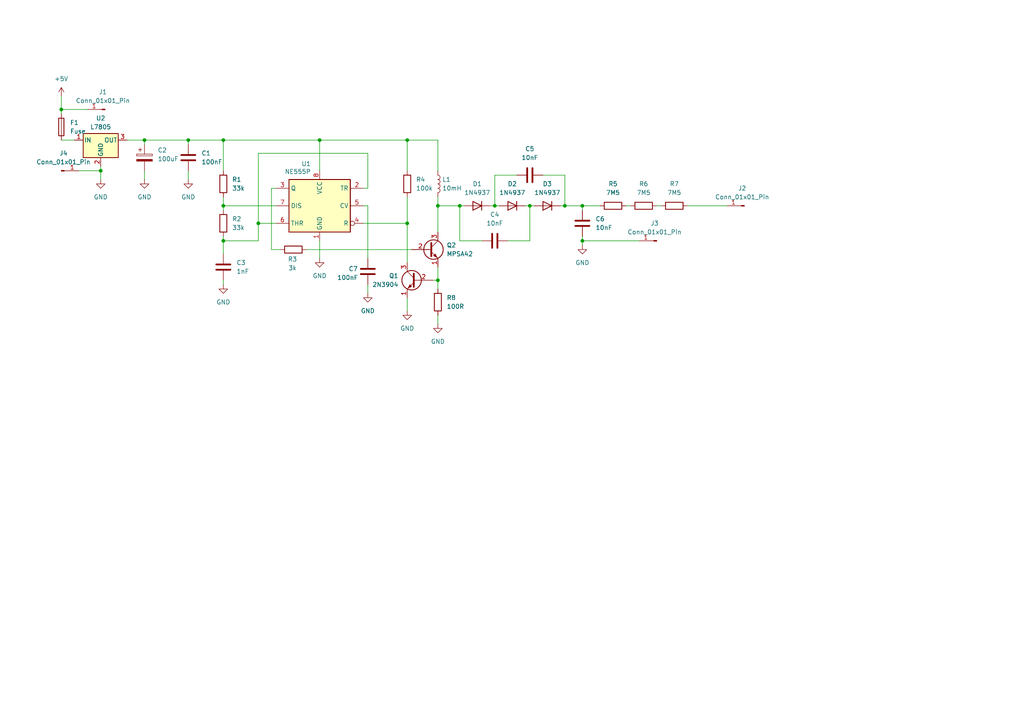
<source format=kicad_sch>
(kicad_sch (version 20231120) (generator "eeschema") (generator_version "8.0")
  (paper "A4")
  (lib_symbols
    (symbol "Connector:Conn_01x01_Pin" (pin_names (offset 1.016) hide)
      (property "Reference" "J" (at 0 2.54 0))
      (property "Value" "Conn_01x01_Pin" (at 0 -2.54 0))
      (symbol "Conn_01x01_Pin_1_1"
        (polyline (pts (xy 1.27 0) (xy 0.8636 0)) (stroke (width 0.1524)))
        (rectangle (start 0.8636 0.127) (end 0 -0.127) (stroke (width 0.1524)) (fill (type outline)))
        (pin passive line (at 5.08 0 180) (length 3.81) (name "Pin_1") (number "1"))
      )
    )
    (symbol "Device:C" (pin_numbers hide) (pin_names (offset 0.254))
      (property "Reference" "C" (at 0.635 2.54 0))
      (property "Value" "C" (at 0.635 -2.54 0))
      (symbol "C_0_1"
        (polyline (pts (xy -2.032 -0.762) (xy 2.032 -0.762)) (stroke (width 0.508)))
        (polyline (pts (xy -2.032 0.762) (xy 2.032 0.762)) (stroke (width 0.508)))
      )
      (symbol "C_1_1"
        (pin passive line (at 0 3.81 270) (length 2.794) (name "~") (number "1"))
        (pin passive line (at 0 -3.81 90) (length 2.794) (name "~") (number "2"))
      )
    )
    (symbol "Device:C_Polarized" (pin_numbers hide) (pin_names (offset 0.254))
      (property "Reference" "C" (at 0.635 2.54 0))
      (property "Value" "C_Polarized" (at 0.635 -2.54 0))
      (symbol "C_Polarized_0_1"
        (rectangle (start -2.286 0.508) (end 2.286 1.016))
        (polyline (pts (xy -1.778 2.286) (xy -0.762 2.286)))
        (polyline (pts (xy -1.27 2.794) (xy -1.27 1.778)))
        (rectangle (start 2.286 -0.508) (end -2.286 -1.016) (fill (type outline)))
      )
      (symbol "C_Polarized_1_1"
        (pin passive line (at 0 3.81 270) (length 2.794) (name "~") (number "1"))
        (pin passive line (at 0 -3.81 90) (length 2.794) (name "~") (number "2"))
      )
    )
    (symbol "Device:D" (pin_numbers hide) (pin_names (offset 1.016) hide)
      (property "Reference" "D" (at 0 2.54 0))
      (property "Value" "D" (at 0 -2.54 0))
      (symbol "D_0_1"
        (polyline (pts (xy -1.27 1.27) (xy -1.27 -1.27)) (stroke (width 0.254)))
        (polyline (pts (xy 1.27 0) (xy -1.27 0)))
        (polyline (pts (xy 1.27 1.27) (xy 1.27 -1.27) (xy -1.27 0) (xy 1.27 1.27)) (stroke (width 0.254)))
      )
      (symbol "D_1_1"
        (pin passive line (at -3.81 0 0) (length 2.54) (name "K") (number "1"))
        (pin passive line (at 3.81 0 180) (length 2.54) (name "A") (number "2"))
      )
    )
    (symbol "Device:Fuse" (pin_numbers hide) (pin_names (offset 0))
      (property "Reference" "F" (at 2.032 0 90))
      (property "Value" "Fuse" (at -1.905 0 90))
      (symbol "Fuse_0_1"
        (rectangle (start -0.762 -2.54) (end 0.762 2.54) (stroke (width 0.254)))
        (polyline (pts (xy 0 2.54) (xy 0 -2.54)))
      )
      (symbol "Fuse_1_1"
        (pin passive line (at 0 3.81 270) (length 1.27) (name "~") (number "1"))
        (pin passive line (at 0 -3.81 90) (length 1.27) (name "~") (number "2"))
      )
    )
    (symbol "Device:L" (pin_numbers hide) (pin_names (offset 1.016) hide)
      (property "Reference" "L" (at -1.27 0 90))
      (property "Value" "L" (at 1.905 0 90))
      (symbol "L_0_1"
        (arc (start 0 -2.54) (mid 0.6323 -1.905) (end 0 -1.27))
        (arc (start 0 -1.27) (mid 0.6323 -0.635) (end 0 0))
        (arc (start 0 0) (mid 0.6323 0.635) (end 0 1.27))
        (arc (start 0 1.27) (mid 0.6323 1.905) (end 0 2.54))
      )
      (symbol "L_1_1"
        (pin passive line (at 0 3.81 270) (length 1.27) (name "1") (number "1"))
        (pin passive line (at 0 -3.81 90) (length 1.27) (name "2") (number "2"))
      )
    )
    (symbol "Device:R" (pin_numbers hide) (pin_names (offset 0))
      (property "Reference" "R" (at 2.032 0 90))
      (property "Value" "R" (at 0 0 90))
      (symbol "R_0_1"
        (rectangle (start -1.016 -2.54) (end 1.016 2.54) (stroke (width 0.254)))
      )
      (symbol "R_1_1"
        (pin passive line (at 0 3.81 270) (length 1.27) (name "~") (number "1"))
        (pin passive line (at 0 -3.81 90) (length 1.27) (name "~") (number "2"))
      )
    )
    (symbol "Regulator_Linear:L7805" (pin_names (offset 0.254))
      (property "Reference" "U" (at -3.81 3.175 0))
      (property "Value" "L7805" (at 0 3.175 0))
      (symbol "L7805_0_1"
        (rectangle (start -5.08 1.905) (end 5.08 -5.08) (stroke (width 0.254)) (fill (type background)))
      )
      (symbol "L7805_1_1"
        (pin power_in line (at -7.62 0 0) (length 2.54) (name "IN") (number "1"))
        (pin power_in line (at 0 -7.62 90) (length 2.54) (name "GND") (number "2"))
        (pin power_out line (at 7.62 0 180) (length 2.54) (name "OUT") (number "3"))
      )
    )
    (symbol "Timer:NE555P"
      (property "Reference" "U" (at -10.16 8.89 0))
      (property "Value" "NE555P" (at 2.54 8.89 0))
      (symbol "NE555P_0_0"
        (pin power_in line (at 0 -10.16 90) (length 2.54) (name "GND") (number "1"))
        (pin power_in line (at 0 10.16 270) (length 2.54) (name "VCC") (number "8"))
      )
      (symbol "NE555P_0_1"
        (rectangle (start -8.89 -7.62) (end 8.89 7.62) (stroke (width 0.254)) (fill (type background)))
        (rectangle (start -8.89 -7.62) (end 8.89 7.62) (stroke (width 0.254)) (fill (type background)))
      )
      (symbol "NE555P_1_1"
        (pin input line (at -12.7 5.08 0) (length 3.81) (name "TR") (number "2"))
        (pin output line (at 12.7 5.08 180) (length 3.81) (name "Q") (number "3"))
        (pin input inverted (at -12.7 -5.08 0) (length 3.81) (name "R") (number "4"))
        (pin input line (at -12.7 0 0) (length 3.81) (name "CV") (number "5"))
        (pin input line (at 12.7 -5.08 180) (length 3.81) (name "THR") (number "6"))
        (pin input line (at 12.7 0 180) (length 3.81) (name "DIS") (number "7"))
      )
    )
    (symbol "Transistor_BJT:2N3904" (pin_names (offset 0) hide)
      (property "Reference" "Q" (at 5.08 1.905 0))
      (property "Value" "2N3904" (at 5.08 0 0))
      (symbol "2N3904_0_1"
        (polyline (pts (xy 0.635 0.635) (xy 2.54 2.54)))
        (polyline (pts (xy 0.635 -0.635) (xy 2.54 -2.54) (xy 2.54 -2.54)))
        (polyline (pts (xy 0.635 1.905) (xy 0.635 -1.905) (xy 0.635 -1.905)) (stroke (width 0.508)))
        (polyline (pts (xy 1.27 -1.778) (xy 1.778 -1.27) (xy 2.286 -2.286) (xy 1.27 -1.778) (xy 1.27 -1.778)) (fill (type outline)))
        (circle (center 1.27 0) (radius 2.8194) (stroke (width 0.254)))
      )
      (symbol "2N3904_1_1"
        (pin passive line (at 2.54 -5.08 90) (length 2.54) (name "E") (number "1"))
        (pin passive line (at -5.08 0 0) (length 5.715) (name "B") (number "2"))
        (pin passive line (at 2.54 5.08 270) (length 2.54) (name "C") (number "3"))
      )
    )
    (symbol "Transistor_BJT:MPSA42" (pin_names (offset 1.016) hide)
      (property "Reference" "Q" (at 5.08 1.905 0))
      (property "Value" "MPSA42" (at 5.08 0 0))
      (symbol "MPSA42_0_1"
        (polyline (pts (xy 0 0) (xy 0.635 0)))
        (polyline (pts (xy 0.635 0.635) (xy 2.54 2.54)))
        (polyline (pts (xy 0.635 -0.635) (xy 2.54 -2.54) (xy 2.54 -2.54)))
        (polyline (pts (xy 0.635 1.905) (xy 0.635 -1.905) (xy 0.635 -1.905)) (stroke (width 0.508)))
        (polyline (pts (xy 1.27 -1.778) (xy 1.778 -1.27) (xy 2.286 -2.286) (xy 1.27 -1.778) (xy 1.27 -1.778)) (fill (type outline)))
        (circle (center 1.27 0) (radius 2.8194) (stroke (width 0.254)))
      )
      (symbol "MPSA42_1_1"
        (pin passive line (at 2.54 -5.08 90) (length 2.54) (name "E") (number "1"))
        (pin input line (at -5.08 0 0) (length 5.08) (name "B") (number "2"))
        (pin passive line (at 2.54 5.08 270) (length 2.54) (name "C") (number "3"))
      )
    )
    (symbol "power:+5V" (power) (pin_numbers hide) (pin_names (offset 0) hide)
      (property "Value" "+5V" (at 0 3.556 0))
      (symbol "+5V_0_1"
        (polyline (pts (xy -0.762 1.27) (xy 0 2.54)))
        (polyline (pts (xy 0 0) (xy 0 2.54)))
        (polyline (pts (xy 0 2.54) (xy 0.762 1.27)))
      )
      (symbol "+5V_1_1"
        (pin power_in line (at 0 0 90) (length 0) (name "~") (number "1"))
      )
    )
    (symbol "power:GND" (power) (pin_numbers hide) (pin_names (offset 0) hide)
      (property "Value" "GND" (at 0 -3.81 0))
      (symbol "GND_0_1"
        (polyline (pts (xy 0 0) (xy 0 -1.27) (xy 1.27 -1.27) (xy 0 -2.54) (xy -1.27 -1.27) (xy 0 -1.27)))
      )
      (symbol "GND_1_1"
        (pin power_in line (at 0 0 270) (length 0) (name "~") (number "1"))
      )
    )
  )
  (junction (at 41.91 40.64))
  (junction (at 118.11 64.77))
  (junction (at 153.67 59.69))
  (junction (at 163.83 59.69))
  (junction (at 168.91 69.85))
  (junction (at 127 81.28))
  (junction (at 54.61 40.64))
  (junction (at 64.77 69.85))
  (junction (at 168.91 59.69))
  (junction (at 64.77 40.64))
  (junction (at 29.21 49.53))
  (junction (at 92.71 40.64))
  (junction (at 143.51 59.69))
  (junction (at 127 59.69))
  (junction (at 118.11 40.64))
  (junction (at 74.93 64.77))
  (junction (at 17.78 31.75))
  (junction (at 64.77 59.69))
  (junction (at 133.35 59.69))
  (wire (pts (xy 118.11 86.36) (xy 118.11 90.17)))
  (wire (pts (xy 92.71 74.93) (xy 92.71 69.85)))
  (wire (pts (xy 74.93 64.77) (xy 80.01 64.77)))
  (wire (pts (xy 106.68 82.55) (xy 106.68 85.09)))
  (wire (pts (xy 133.35 59.69) (xy 134.62 59.69)))
  (wire (pts (xy 127 81.28) (xy 127 77.47)))
  (wire (pts (xy 64.77 40.64) (xy 64.77 49.53)))
  (wire (pts (xy 139.7 69.85) (xy 133.35 69.85)))
  (wire (pts (xy 105.41 64.77) (xy 118.11 64.77)))
  (wire (pts (xy 78.74 54.61) (xy 78.74 72.39)))
  (wire (pts (xy 105.41 54.61) (xy 106.68 54.61)))
  (wire (pts (xy 80.01 54.61) (xy 78.74 54.61)))
  (wire (pts (xy 181.61 59.69) (xy 182.88 59.69)))
  (wire (pts (xy 54.61 52.07) (xy 54.61 49.53)))
  (wire (pts (xy 92.71 40.64) (xy 118.11 40.64)))
  (wire (pts (xy 118.11 64.77) (xy 118.11 76.2)))
  (wire (pts (xy 168.91 59.69) (xy 173.99 59.69)))
  (wire (pts (xy 162.56 59.69) (xy 163.83 59.69)))
  (wire (pts (xy 143.51 59.69) (xy 144.78 59.69)))
  (wire (pts (xy 163.83 50.8) (xy 163.83 59.69)))
  (wire (pts (xy 118.11 57.15) (xy 118.11 64.77)))
  (wire (pts (xy 157.48 50.8) (xy 163.83 50.8)))
  (wire (pts (xy 127 59.69) (xy 127 67.31)))
  (wire (pts (xy 17.78 31.75) (xy 25.4 31.75)))
  (wire (pts (xy 17.78 27.94) (xy 17.78 31.75)))
  (wire (pts (xy 152.4 59.69) (xy 153.67 59.69)))
  (wire (pts (xy 168.91 69.85) (xy 168.91 68.58)))
  (wire (pts (xy 143.51 50.8) (xy 143.51 59.69)))
  (wire (pts (xy 29.21 49.53) (xy 29.21 48.26)))
  (wire (pts (xy 41.91 40.64) (xy 54.61 40.64)))
  (wire (pts (xy 74.93 44.45) (xy 106.68 44.45)))
  (wire (pts (xy 199.39 59.69) (xy 210.82 59.69)))
  (wire (pts (xy 64.77 68.58) (xy 64.77 69.85)))
  (wire (pts (xy 142.24 59.69) (xy 143.51 59.69)))
  (wire (pts (xy 74.93 64.77) (xy 74.93 44.45)))
  (wire (pts (xy 106.68 59.69) (xy 105.41 59.69)))
  (wire (pts (xy 64.77 59.69) (xy 64.77 60.96)))
  (wire (pts (xy 41.91 40.64) (xy 41.91 41.91)))
  (wire (pts (xy 153.67 69.85) (xy 153.67 59.69)))
  (wire (pts (xy 64.77 59.69) (xy 80.01 59.69)))
  (wire (pts (xy 17.78 31.75) (xy 17.78 33.02)))
  (wire (pts (xy 92.71 40.64) (xy 92.71 49.53)))
  (wire (pts (xy 64.77 69.85) (xy 74.93 69.85)))
  (wire (pts (xy 41.91 40.64) (xy 36.83 40.64)))
  (wire (pts (xy 127 81.28) (xy 125.73 81.28)))
  (wire (pts (xy 118.11 40.64) (xy 127 40.64)))
  (wire (pts (xy 22.86 49.53) (xy 29.21 49.53)))
  (wire (pts (xy 168.91 59.69) (xy 168.91 60.96)))
  (wire (pts (xy 127 81.28) (xy 127 83.82)))
  (wire (pts (xy 127 59.69) (xy 133.35 59.69)))
  (wire (pts (xy 153.67 59.69) (xy 154.94 59.69)))
  (wire (pts (xy 88.9 72.39) (xy 119.38 72.39)))
  (wire (pts (xy 149.86 50.8) (xy 143.51 50.8)))
  (wire (pts (xy 64.77 69.85) (xy 64.77 73.66)))
  (wire (pts (xy 127 40.64) (xy 127 49.53)))
  (wire (pts (xy 29.21 52.07) (xy 29.21 49.53)))
  (wire (pts (xy 133.35 69.85) (xy 133.35 59.69)))
  (wire (pts (xy 190.5 59.69) (xy 191.77 59.69)))
  (wire (pts (xy 147.32 69.85) (xy 153.67 69.85)))
  (wire (pts (xy 127 57.15) (xy 127 59.69)))
  (wire (pts (xy 41.91 49.53) (xy 41.91 52.07)))
  (wire (pts (xy 168.91 69.85) (xy 185.42 69.85)))
  (wire (pts (xy 54.61 40.64) (xy 54.61 41.91)))
  (wire (pts (xy 74.93 69.85) (xy 74.93 64.77)))
  (wire (pts (xy 168.91 71.12) (xy 168.91 69.85)))
  (wire (pts (xy 17.78 40.64) (xy 21.59 40.64)))
  (wire (pts (xy 163.83 59.69) (xy 168.91 59.69)))
  (wire (pts (xy 118.11 40.64) (xy 118.11 49.53)))
  (wire (pts (xy 64.77 57.15) (xy 64.77 59.69)))
  (wire (pts (xy 106.68 74.93) (xy 106.68 59.69)))
  (wire (pts (xy 127 91.44) (xy 127 93.98)))
  (wire (pts (xy 54.61 40.64) (xy 64.77 40.64)))
  (wire (pts (xy 78.74 72.39) (xy 81.28 72.39)))
  (wire (pts (xy 64.77 40.64) (xy 92.71 40.64)))
  (wire (pts (xy 64.77 82.55) (xy 64.77 81.28)))
  (wire (pts (xy 106.68 44.45) (xy 106.68 54.61)))
  (symbol (lib_id "power:+5V") (at 17.78 27.94 0) (unit 1)
    (property "Reference" "#PWR01" (effects (hide yes)))
    (property "Value" "+5V" (at 17.78 22.86 0))
    (property "Description" "Power symbol creates a global label with name \"+5V\"" (effects (hide yes)))
  )
  (symbol (lib_id "Device:C_Polarized") (at 41.91 45.72 0) (unit 1)
    (property "Reference" "C2" (at 45.72 43.5609 0) (effects (justify left)))
    (property "Value" "100uF" (at 45.72 46.1009 0) (effects (justify left)))
    (property "Footprint" "Capacitor_THT:CP_Radial_Tantal_D5.0mm_P5.00mm" (effects (hide yes)))
    (property "Description" "Polarized capacitor" (effects (hide yes)))
  )
  (symbol (lib_id "Device:C") (at 153.67 50.8 90) (unit 1)
    (property "Reference" "C5" (at 153.67 43.18 90))
    (property "Value" "10nF" (at 153.67 45.72 90))
    (property "Footprint" "Capacitor_THT:C_Disc_D5.0mm_W2.5mm_P5.00mm" (effects (hide yes)))
    (property "Description" "Unpolarized capacitor" (effects (hide yes)))
  )
  (symbol (lib_id "Device:R") (at 177.8 59.69 90) (unit 1)
    (property "Reference" "R5" (at 177.8 53.34 90))
    (property "Value" "7M5" (at 177.8 55.88 90))
    (property "Footprint" "Resistor_THT:R_Axial_DIN0207_L6.3mm_D2.5mm_P10.16mm_Horizontal" (effects (hide yes)))
    (property "Description" "Resistor" (effects (hide yes)))
  )
  (symbol (lib_id "Connector:Conn_01x01_Pin") (at 30.48 31.75 0) (mirror y) (unit 1)
    (property "Reference" "J1" (at 29.845 26.67 0))
    (property "Value" "Conn_01x01_Pin" (at 29.845 29.21 0))
    (property "Footprint" "Connector_Wire:SolderWire-1sqmm_1x01_D1.4mm_OD3.9mm" (effects (hide yes)))
    (property "Description" "Generic connector, single row, 01x01, script generated" (effects (hide yes)))
  )
  (symbol (lib_id "power:GND") (at 118.11 90.17 0) (unit 1)
    (property "Reference" "#PWR06" (effects (hide yes)))
    (property "Value" "GND" (at 118.11 95.25 0))
    (property "Description" "Power symbol creates a global label with name \"GND\" , ground" (effects (hide yes)))
  )
  (symbol (lib_id "power:GND") (at 168.91 71.12 0) (unit 1)
    (property "Reference" "#PWR07" (effects (hide yes)))
    (property "Value" "GND" (at 168.91 76.2 0))
    (property "Description" "Power symbol creates a global label with name \"GND\" , ground" (effects (hide yes)))
  )
  (symbol (lib_id "Device:R") (at 186.69 59.69 90) (unit 1)
    (property "Reference" "R6" (at 186.69 53.34 90))
    (property "Value" "7M5" (at 186.69 55.88 90))
    (property "Footprint" "Resistor_THT:R_Axial_DIN0207_L6.3mm_D2.5mm_P10.16mm_Horizontal" (effects (hide yes)))
    (property "Description" "Resistor" (effects (hide yes)))
  )
  (symbol (lib_id "Transistor_BJT:MPSA42") (at 124.46 72.39 0) (unit 1)
    (property "Reference" "Q2" (at 129.54 71.1199 0) (effects (justify left)))
    (property "Value" "MPSA42" (at 129.54 73.6599 0) (effects (justify left)))
    (property "Footprint" "Package_TO_SOT_THT:TO-92_Inline_Wide" (effects (hide yes)))
    (property "Datasheet" "http://www.onsemi.com/pub_link/Collateral/MPSA42-D.PDF" (effects (hide yes)))
    (property "Description" "0.5A Ic, 300V Vce, NPN High Voltage Transistor, TO-92" (effects (hide yes)))
  )
  (symbol (lib_id "Device:C") (at 64.77 77.47 0) (unit 1)
    (property "Reference" "C3" (at 68.58 76.1999 0) (effects (justify left)))
    (property "Value" "1nF" (at 68.58 78.7399 0) (effects (justify left)))
    (property "Footprint" "Capacitor_THT:C_Disc_D5.0mm_W2.5mm_P2.50mm" (effects (hide yes)))
    (property "Description" "Unpolarized capacitor" (effects (hide yes)))
  )
  (symbol (lib_id "power:GND") (at 54.61 52.07 0) (unit 1)
    (property "Reference" "#PWR03" (effects (hide yes)))
    (property "Value" "GND" (at 54.61 57.15 0))
    (property "Description" "Power symbol creates a global label with name \"GND\" , ground" (effects (hide yes)))
  )
  (symbol (lib_id "Transistor_BJT:2N3904") (at 120.65 81.28 0) (mirror y) (unit 1)
    (property "Reference" "Q1" (at 115.57 80.0099 0) (effects (justify left)))
    (property "Value" "2N3904" (at 115.57 82.5499 0) (effects (justify left)))
    (property "Footprint" "Package_TO_SOT_THT:TO-92_Inline_Wide" (effects (hide yes)))
    (property "Datasheet" "https://www.onsemi.com/pub/Collateral/2N3903-D.PDF" (effects (hide yes)))
    (property "Description" "0.2A Ic, 40V Vce, Small Signal NPN Transistor, TO-92" (effects (hide yes)))
  )
  (symbol (lib_id "Connector:Conn_01x01_Pin") (at 215.9 59.69 0) (mirror y) (unit 1)
    (property "Reference" "J2" (at 215.265 54.61 0))
    (property "Value" "Conn_01x01_Pin" (at 215.265 57.15 0))
    (property "Footprint" "Connector_Wire:SolderWire-1sqmm_1x01_D1.4mm_OD3.9mm" (effects (hide yes)))
    (property "Description" "Generic connector, single row, 01x01, script generated" (effects (hide yes)))
  )
  (symbol (lib_id "Device:R") (at 64.77 64.77 0) (unit 1)
    (property "Reference" "R2" (at 67.31 63.4999 0) (effects (justify left)))
    (property "Value" "33k" (at 67.31 66.0399 0) (effects (justify left)))
    (property "Footprint" "Resistor_THT:R_Axial_DIN0207_L6.3mm_D2.5mm_P10.16mm_Horizontal" (effects (hide yes)))
    (property "Description" "Resistor" (effects (hide yes)))
  )
  (symbol (lib_id "Device:R") (at 118.11 53.34 0) (unit 1)
    (property "Reference" "R4" (at 120.65 52.0699 0) (effects (justify left)))
    (property "Value" "100k" (at 120.65 54.6099 0) (effects (justify left)))
    (property "Footprint" "Resistor_THT:R_Axial_DIN0207_L6.3mm_D2.5mm_P10.16mm_Horizontal" (effects (hide yes)))
    (property "Description" "Resistor" (effects (hide yes)))
  )
  (symbol (lib_id "Device:D") (at 148.59 59.69 180) (unit 1)
    (property "Reference" "D2" (at 148.59 53.34 0))
    (property "Value" "1N4937" (at 148.59 55.88 0))
    (property "Footprint" "Diode_THT:D_DO-41_SOD81_P7.62mm_Horizontal" (effects (hide yes)))
    (property "Description" "Diode" (effects (hide yes)))
    (property "Sim.Device" "D" (effects (hide yes)))
    (property "Sim.Pins" "1=K 2=A" (effects (hide yes)))
  )
  (symbol (lib_id "power:GND") (at 92.71 74.93 0) (unit 1)
    (property "Reference" "#PWR04" (effects (hide yes)))
    (property "Value" "GND" (at 92.71 80.01 0))
    (property "Description" "Power symbol creates a global label with name \"GND\" , ground" (effects (hide yes)))
  )
  (symbol (lib_id "Regulator_Linear:L7805") (at 29.21 40.64 0) (unit 1)
    (property "Reference" "U2" (at 29.21 34.29 0))
    (property "Value" "L7805" (at 29.21 36.83 0))
    (property "Footprint" "Package_TO_SOT_THT:TO-220-3_Vertical" (effects (hide yes)))
    (property "Datasheet" "http://www.st.com/content/ccc/resource/technical/document/datasheet/41/4f/b3/b0/12/d4/47/88/CD00000444.pdf/files/CD00000444.pdf/jcr:content/translations/en.CD00000444.pdf" (effects (hide yes)))
    (property "Description" "Positive 1.5A 35V Linear Regulator, Fixed Output 5V, TO-220/TO-263/TO-252" (effects (hide yes)))
  )
  (symbol (lib_id "power:GND") (at 106.68 85.09 0) (unit 1)
    (property "Reference" "#PWR09" (effects (hide yes)))
    (property "Value" "GND" (at 106.68 90.17 0))
    (property "Description" "Power symbol creates a global label with name \"GND\" , ground" (effects (hide yes)))
  )
  (symbol (lib_id "Device:C") (at 168.91 64.77 0) (unit 1)
    (property "Reference" "C6" (at 172.72 63.4999 0) (effects (justify left)))
    (property "Value" "10nF" (at 172.72 66.0399 0) (effects (justify left)))
    (property "Footprint" "Capacitor_THT:C_Disc_D5.0mm_W2.5mm_P5.00mm" (effects (hide yes)))
    (property "Description" "Unpolarized capacitor" (effects (hide yes)))
  )
  (symbol (lib_id "power:GND") (at 127 93.98 0) (unit 1)
    (property "Reference" "#PWR010" (effects (hide yes)))
    (property "Value" "GND" (at 127 99.06 0))
    (property "Description" "Power symbol creates a global label with name \"GND\" , ground" (effects (hide yes)))
  )
  (symbol (lib_id "Device:C") (at 143.51 69.85 90) (unit 1)
    (property "Reference" "C4" (at 143.51 62.23 90))
    (property "Value" "10nF" (at 143.51 64.77 90))
    (property "Footprint" "Capacitor_THT:C_Disc_D5.0mm_W2.5mm_P5.00mm" (effects (hide yes)))
    (property "Description" "Unpolarized capacitor" (effects (hide yes)))
  )
  (symbol (lib_id "Device:D") (at 138.43 59.69 180) (unit 1)
    (property "Reference" "D1" (at 138.43 53.34 0))
    (property "Value" "1N4937" (at 138.43 55.88 0))
    (property "Footprint" "Diode_THT:D_DO-41_SOD81_P7.62mm_Horizontal" (effects (hide yes)))
    (property "Description" "Diode" (effects (hide yes)))
    (property "Sim.Device" "D" (effects (hide yes)))
    (property "Sim.Pins" "1=K 2=A" (effects (hide yes)))
  )
  (symbol (lib_id "Device:R") (at 127 87.63 0) (unit 1)
    (property "Reference" "R8" (at 129.54 86.3599 0) (effects (justify left)))
    (property "Value" "100R" (at 129.54 88.8999 0) (effects (justify left)))
    (property "Footprint" "Resistor_THT:R_Axial_DIN0516_L15.5mm_D5.0mm_P30.48mm_Horizontal" (effects (hide yes)))
    (property "Description" "Resistor" (effects (hide yes)))
  )
  (symbol (lib_id "Device:R") (at 64.77 53.34 180) (unit 1)
    (property "Reference" "R1" (at 67.31 52.0699 0) (effects (justify right)))
    (property "Value" "33k" (at 67.31 54.6099 0) (effects (justify right)))
    (property "Footprint" "Resistor_THT:R_Axial_DIN0207_L6.3mm_D2.5mm_P10.16mm_Horizontal" (effects (hide yes)))
    (property "Description" "Resistor" (effects (hide yes)))
  )
  (symbol (lib_id "Device:Fuse") (at 17.78 36.83 0) (unit 1)
    (property "Reference" "F1" (at 20.32 35.5599 0) (effects (justify left)))
    (property "Value" "Fuse" (at 20.32 38.0999 0) (effects (justify left)))
    (property "Footprint" "Fuse:Fuseholder_Cylinder-5x20mm_Stelvio-Kontek_PTF78_Horizontal_Open" (effects (hide yes)))
    (property "Description" "Fuse" (effects (hide yes)))
  )
  (symbol (lib_id "Device:L") (at 127 53.34 0) (unit 1)
    (property "Reference" "L1" (at 128.27 52.0699 0) (effects (justify left)))
    (property "Value" "10mH" (at 128.27 54.6099 0) (effects (justify left)))
    (property "Footprint" "Inductor_THT:L_Radial_D10.5mm_P5.00mm_Abacron_AISR-01" (effects (hide yes)))
    (property "Description" "Inductor" (effects (hide yes)))
  )
  (symbol (lib_id "Device:C") (at 54.61 45.72 0) (unit 1)
    (property "Reference" "C1" (at 58.42 44.4499 0) (effects (justify left)))
    (property "Value" "100nF" (at 58.42 46.9899 0) (effects (justify left)))
    (property "Footprint" "Capacitor_THT:C_Disc_D3.0mm_W2.0mm_P2.50mm" (effects (hide yes)))
    (property "Description" "Unpolarized capacitor" (effects (hide yes)))
  )
  (symbol (lib_id "power:GND") (at 29.21 52.07 0) (unit 1)
    (property "Reference" "#PWR08" (effects (hide yes)))
    (property "Value" "GND" (at 29.21 57.15 0))
    (property "Description" "Power symbol creates a global label with name \"GND\" , ground" (effects (hide yes)))
  )
  (symbol (lib_id "Connector:Conn_01x01_Pin") (at 190.5 69.85 0) (mirror y) (unit 1)
    (property "Reference" "J3" (at 189.865 64.77 0))
    (property "Value" "Conn_01x01_Pin" (at 189.865 67.31 0))
    (property "Footprint" "Connector_Wire:SolderWire-1sqmm_1x01_D1.4mm_OD3.9mm" (effects (hide yes)))
    (property "Description" "Generic connector, single row, 01x01, script generated" (effects (hide yes)))
  )
  (symbol (lib_id "power:GND") (at 64.77 82.55 0) (unit 1)
    (property "Reference" "#PWR05" (effects (hide yes)))
    (property "Value" "GND" (at 64.77 87.63 0))
    (property "Description" "Power symbol creates a global label with name \"GND\" , ground" (effects (hide yes)))
  )
  (symbol (lib_id "Device:D") (at 158.75 59.69 180) (unit 1)
    (property "Reference" "D3" (at 158.75 53.34 0))
    (property "Value" "1N4937" (at 158.75 55.88 0))
    (property "Footprint" "Diode_THT:D_DO-41_SOD81_P7.62mm_Horizontal" (effects (hide yes)))
    (property "Description" "Diode" (effects (hide yes)))
    (property "Sim.Device" "D" (effects (hide yes)))
    (property "Sim.Pins" "1=K 2=A" (effects (hide yes)))
  )
  (symbol (lib_id "Connector:Conn_01x01_Pin") (at 17.78 49.53 0) (unit 1)
    (property "Reference" "J4" (at 18.415 44.45 0))
    (property "Value" "Conn_01x01_Pin" (at 18.415 46.99 0))
    (property "Footprint" "Connector_Wire:SolderWire-1sqmm_1x01_D1.4mm_OD3.9mm" (effects (hide yes)))
    (property "Description" "Generic connector, single row, 01x01, script generated" (effects (hide yes)))
  )
  (symbol (lib_id "power:GND") (at 41.91 52.07 0) (unit 1)
    (property "Reference" "#PWR02" (effects (hide yes)))
    (property "Value" "GND" (at 41.91 57.15 0))
    (property "Description" "Power symbol creates a global label with name \"GND\" , ground" (effects (hide yes)))
  )
  (symbol (lib_id "Timer:NE555P") (at 92.71 59.69 0) (mirror y) (unit 1)
    (property "Reference" "U1" (at 90.17 47.498 0) (effects (justify left)))
    (property "Value" "NE555P" (at 90.17 49.784 0) (effects (justify left)))
    (property "Footprint" "Package_DIP:DIP-8_W7.62mm_Socket" (effects (hide yes)))
    (property "Datasheet" "http://www.ti.com/lit/ds/symlink/ne555.pdf" (effects (hide yes)))
    (property "Description" "Precision Timers, 555 compatible,  PDIP-8" (effects (hide yes)))
  )
  (symbol (lib_id "Device:R") (at 195.58 59.69 90) (unit 1)
    (property "Reference" "R7" (at 195.58 53.34 90))
    (property "Value" "7M5" (at 195.58 55.88 90))
    (property "Footprint" "Resistor_THT:R_Axial_DIN0207_L6.3mm_D2.5mm_P10.16mm_Horizontal" (effects (hide yes)))
    (property "Description" "Resistor" (effects (hide yes)))
  )
  (symbol (lib_id "Device:C") (at 106.68 78.74 0) (unit 1)
    (property "Reference" "C7" (at 101.092 77.978 0) (effects (justify left)))
    (property "Value" "100nF" (at 97.79 80.518 0) (effects (justify left)))
    (property "Footprint" "Capacitor_THT:C_Disc_D4.3mm_W1.9mm_P5.00mm" (effects (hide yes)))
    (property "Description" "Unpolarized capacitor" (effects (hide yes)))
  )
  (symbol (lib_id "Device:R") (at 85.09 72.39 270) (unit 1)
    (property "Reference" "R3" (at 84.836 75.184 90))
    (property "Value" "3k" (at 84.836 77.724 90))
    (property "Footprint" "Resistor_THT:R_Axial_DIN0207_L6.3mm_D2.5mm_P10.16mm_Horizontal" (effects (hide yes)))
    (property "Description" "Resistor" (effects (hide yes)))
  )
)
</source>
